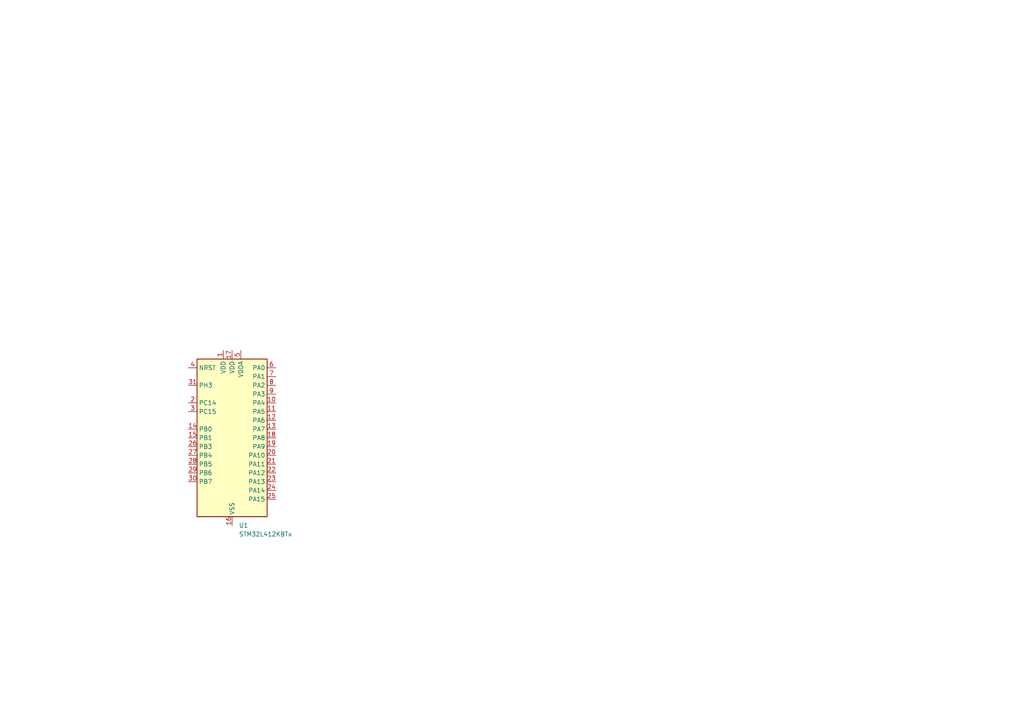
<source format=kicad_sch>
(kicad_sch (version 20230121) (generator eeschema)
  (paper "A4")
  (lib_symbols
    (symbol "MCU_ST_STM32L4:STM32L412KBTx"
      (property "Reference" "U" (at -10.16 24.13 0))
      (property "Value" "STM32L412KBTx" (at 5.08 24.13 0))
      (symbol "STM32L412KBTx_0_1"
        (rectangle (start -10.16 -22.86) (end 10.16 22.86) (stroke (width 0.254)) (fill (type background)))
      )
      (symbol "STM32L412KBTx_1_1"
        (pin power_in line (at -2.54 25.4 270) (length 2.54) (name "VDD") (number "1"))
        (pin bidirectional line (at 12.7 10.16 180) (length 2.54) (name "PA4") (number "10"))
        (pin bidirectional line (at 12.7 7.62 180) (length 2.54) (name "PA5") (number "11"))
        (pin bidirectional line (at 12.7 5.08 180) (length 2.54) (name "PA6") (number "12"))
        (pin bidirectional line (at 12.7 2.54 180) (length 2.54) (name "PA7") (number "13"))
        (pin bidirectional line (at -12.7 2.54 0) (length 2.54) (name "PB0") (number "14"))
        (pin bidirectional line (at -12.7 0 0) (length 2.54) (name "PB1") (number "15"))
        (pin power_in line (at 0 -25.4 90) (length 2.54) (name "VSS") (number "16"))
        (pin power_in line (at 0 25.4 270) (length 2.54) (name "VDD") (number "17"))
        (pin bidirectional line (at 12.7 0 180) (length 2.54) (name "PA8") (number "18"))
        (pin bidirectional line (at 12.7 -2.54 180) (length 2.54) (name "PA9") (number "19"))
        (pin bidirectional line (at -12.7 10.16 0) (length 2.54) (name "PC14") (number "2"))
        (pin bidirectional line (at 12.7 -5.08 180) (length 2.54) (name "PA10") (number "20"))
        (pin bidirectional line (at 12.7 -7.62 180) (length 2.54) (name "PA11") (number "21"))
        (pin bidirectional line (at 12.7 -10.16 180) (length 2.54) (name "PA12") (number "22"))
        (pin bidirectional line (at 12.7 -12.7 180) (length 2.54) (name "PA13") (number "23"))
        (pin bidirectional line (at 12.7 -15.24 180) (length 2.54) (name "PA14") (number "24"))
        (pin bidirectional line (at 12.7 -17.78 180) (length 2.54) (name "PA15") (number "25"))
        (pin bidirectional line (at -12.7 -2.54 0) (length 2.54) (name "PB3") (number "26"))
        (pin bidirectional line (at -12.7 -5.08 0) (length 2.54) (name "PB4") (number "27"))
        (pin bidirectional line (at -12.7 -7.62 0) (length 2.54) (name "PB5") (number "28"))
        (pin bidirectional line (at -12.7 -10.16 0) (length 2.54) (name "PB6") (number "29"))
        (pin bidirectional line (at -12.7 7.62 0) (length 2.54) (name "PC15") (number "3"))
        (pin bidirectional line (at -12.7 -12.7 0) (length 2.54) (name "PB7") (number "30"))
        (pin bidirectional line (at -12.7 15.24 0) (length 2.54) (name "PH3") (number "31"))
        (pin passive line (at 0 -25.4 90) (length 2.54) hide (name "VSS") (number "32"))
        (pin input line (at -12.7 20.32 0) (length 2.54) (name "NRST") (number "4"))
        (pin power_in line (at 2.54 25.4 270) (length 2.54) (name "VDDA") (number "5"))
        (pin bidirectional line (at 12.7 20.32 180) (length 2.54) (name "PA0") (number "6"))
        (pin bidirectional line (at 12.7 17.78 180) (length 2.54) (name "PA1") (number "7"))
        (pin bidirectional line (at 12.7 15.24 180) (length 2.54) (name "PA2") (number "8"))
        (pin bidirectional line (at 12.7 12.7 180) (length 2.54) (name "PA3") (number "9"))
      )
    )
  )
  (symbol (lib_id "MCU_ST_STM32L4:STM32L412KBTx") (at 67.31 127 0) (unit 1)
    (property "Reference" "U1" (at 69.2659 152.4 0) (effects (justify left)))
    (property "Value" "STM32L412KBTx" (at 69.2659 154.94 0) (effects (justify left)))
    (property "Footprint" "Package_QFP:LQFP-32_7x7mm_P0.8mm" (effects hide))
    (property "Datasheet" "https://www.st.com/resource/en/datasheet/stm32l412kb.pdf" (effects hide))
  )
)
</source>
